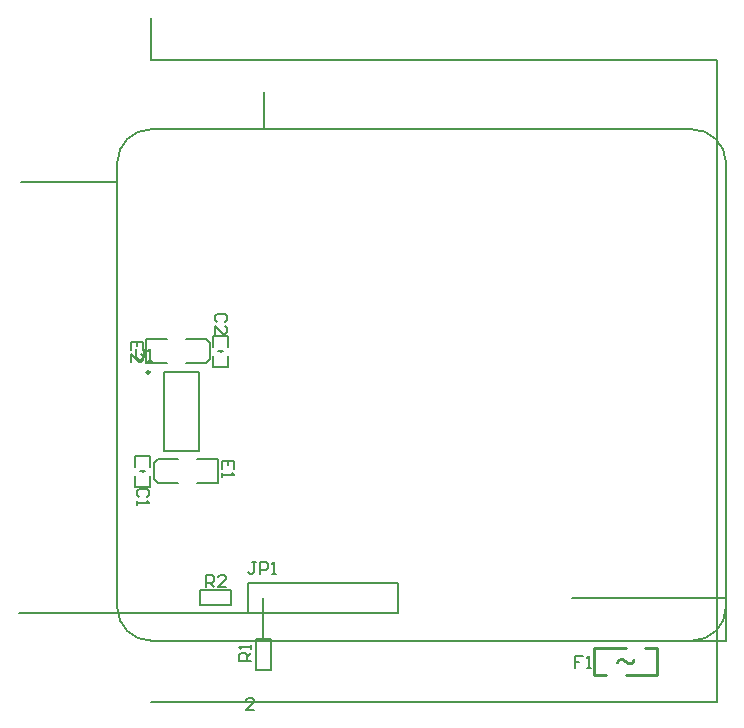
<source format=gto>
G04*
G04 #@! TF.GenerationSoftware,Altium Limited,Altium Designer,18.1.9 (240)*
G04*
G04 Layer_Color=65535*
%FSLAX25Y25*%
%MOIN*%
G70*
G01*
G75*
%ADD10C,0.01000*%
%ADD11C,0.00600*%
%ADD12C,0.00984*%
%ADD13C,0.00800*%
%ADD14C,0.00787*%
D10*
X201500Y-190000D02*
G03*
X198752Y-190362I-1299J-750D01*
G01*
X201500Y-190000D02*
G03*
X204248Y-189638I1299J750D01*
G01*
X191000Y-185500D02*
X195000D01*
X191000Y-194500D02*
Y-185500D01*
Y-194500D02*
X195000D01*
X201500D02*
X210500D01*
X192500Y-185500D02*
X201500D01*
X208000D02*
X212000D01*
Y-194500D02*
Y-185500D01*
X208000Y-194500D02*
X212000D01*
D11*
X234900Y-23622D02*
G03*
X223500Y-12500I-11261J-139D01*
G01*
X223778Y-182929D02*
G03*
X234900Y-171807I0J11122D01*
G01*
X32000Y-171978D02*
G03*
X43264Y-182929I11107J157D01*
G01*
X43222Y-12500D02*
G03*
X32000Y-23600I-61J-11161D01*
G01*
X43100Y-203291D02*
X232076D01*
Y10721D01*
X43100D02*
X232076D01*
X43100D02*
Y24500D01*
X-878Y-173677D02*
X75532D01*
X66500Y-86559D02*
Y-86259D01*
Y-86859D02*
Y-86559D01*
X65600D02*
X67400D01*
X40500Y-126559D02*
Y-126259D01*
Y-126859D02*
Y-126559D01*
X39600D02*
X41400D01*
X80500Y-182929D02*
Y-168676D01*
X183500D02*
X234700D01*
X134645Y-182929D02*
X234900D01*
Y-160177D01*
X0Y-30000D02*
X31496D01*
X81000Y-12000D02*
Y-189D01*
X32000Y-171978D02*
Y-23600D01*
X43264Y-182929D02*
X223778D01*
X234900Y-171807D02*
Y-23622D01*
X43222Y-12500D02*
X223500D01*
X77666Y-206000D02*
X75000D01*
X77666Y-203334D01*
Y-202668D01*
X76999Y-202001D01*
X75666D01*
X75000Y-202668D01*
X38200Y-85901D02*
Y-88567D01*
X39533Y-89900D01*
X40866Y-88567D01*
Y-85901D01*
X42199Y-89900D02*
X43532D01*
X42865D01*
Y-85901D01*
X42199Y-86568D01*
X61735Y-165176D02*
Y-161178D01*
X63734D01*
X64401Y-161844D01*
Y-163177D01*
X63734Y-163844D01*
X61735D01*
X63068D02*
X64401Y-165176D01*
X68399D02*
X65734D01*
X68399Y-162511D01*
Y-161844D01*
X67733Y-161178D01*
X66400D01*
X65734Y-161844D01*
X76709Y-189599D02*
X72710D01*
Y-187599D01*
X73377Y-186933D01*
X74710D01*
X75376Y-187599D01*
Y-189599D01*
Y-188266D02*
X76709Y-186933D01*
Y-185600D02*
Y-184267D01*
Y-184934D01*
X72710D01*
X73377Y-185600D01*
X78366Y-156701D02*
X77033D01*
X77699D01*
Y-160034D01*
X77033Y-160700D01*
X76366D01*
X75700Y-160034D01*
X79699Y-160700D02*
Y-156701D01*
X81698D01*
X82364Y-157368D01*
Y-158701D01*
X81698Y-159367D01*
X79699D01*
X83697Y-160700D02*
X85030D01*
X84364D01*
Y-156701D01*
X83697Y-157368D01*
X187166Y-188001D02*
X184500D01*
Y-190001D01*
X185833D01*
X184500D01*
Y-192000D01*
X188499D02*
X189832D01*
X189165D01*
Y-188001D01*
X188499Y-188668D01*
X40499Y-86166D02*
Y-83500D01*
X36500D01*
Y-86166D01*
X38499Y-83500D02*
Y-84833D01*
X36500Y-90165D02*
Y-87499D01*
X39166Y-90165D01*
X39832D01*
X40499Y-89498D01*
Y-88165D01*
X39832Y-87499D01*
X70885Y-125666D02*
Y-123000D01*
X66886D01*
Y-125666D01*
X68885Y-123000D02*
Y-124333D01*
X66886Y-126999D02*
Y-128332D01*
Y-127665D01*
X70885D01*
X70218Y-126999D01*
X67832Y-76724D02*
X68498Y-76058D01*
Y-74725D01*
X67832Y-74059D01*
X65166D01*
X64500Y-74725D01*
Y-76058D01*
X65166Y-76724D01*
X64500Y-80723D02*
Y-78057D01*
X67165Y-80723D01*
X67832D01*
X68498Y-80057D01*
Y-78724D01*
X67832Y-78057D01*
X41832Y-135166D02*
X42499Y-134499D01*
Y-133167D01*
X41832Y-132500D01*
X39166D01*
X38500Y-133167D01*
Y-134499D01*
X39166Y-135166D01*
X38500Y-136499D02*
Y-137832D01*
Y-137165D01*
X42499D01*
X41832Y-136499D01*
D12*
X42772Y-93508D02*
G03*
X42772Y-93508I-492J0D01*
G01*
D13*
X78150Y-192717D02*
Y-182480D01*
Y-192717D02*
X83268D01*
Y-182480D01*
X78150D02*
X83268D01*
X59558Y-171236D02*
X69794D01*
Y-166117D01*
X59558D02*
X69794D01*
X59558Y-171236D02*
Y-166117D01*
X69059Y-85059D02*
Y-81441D01*
X63941Y-85059D02*
Y-81441D01*
X69059Y-91677D02*
Y-88059D01*
X63941Y-91677D02*
Y-88059D01*
Y-91677D02*
X69059D01*
X63941Y-81441D02*
X69059D01*
X43059Y-125059D02*
Y-121441D01*
X37941Y-125059D02*
Y-121441D01*
X43059Y-131677D02*
Y-128059D01*
X37941Y-131677D02*
Y-128059D01*
Y-131677D02*
X43059D01*
X37941Y-121441D02*
X43059D01*
D14*
X61500Y-90500D02*
X62800Y-89200D01*
Y-83800D01*
X55000Y-90500D02*
X61500D01*
Y-82500D02*
X62800Y-83800D01*
X55000Y-82500D02*
X61500D01*
X41500Y-90500D02*
X48500D01*
X41500D02*
Y-82500D01*
X48500D01*
X44393Y-123800D02*
X45693Y-122500D01*
X44393Y-129200D02*
Y-123800D01*
X45693Y-122500D02*
X52193D01*
X44393Y-129200D02*
X45693Y-130500D01*
X52193D01*
X58693Y-122500D02*
X65693D01*
Y-130500D02*
Y-122500D01*
X58693Y-130500D02*
X65693D01*
X47594Y-119689D02*
X59405D01*
X47594Y-93311D02*
X59405D01*
X59405Y-119689D02*
X59405Y-93311D01*
X47594D02*
X47594Y-119689D01*
X125500Y-173677D02*
Y-163677D01*
X75500Y-173677D02*
X125500D01*
X75500Y-163677D02*
X125500D01*
X75500Y-173677D02*
Y-163677D01*
M02*

</source>
